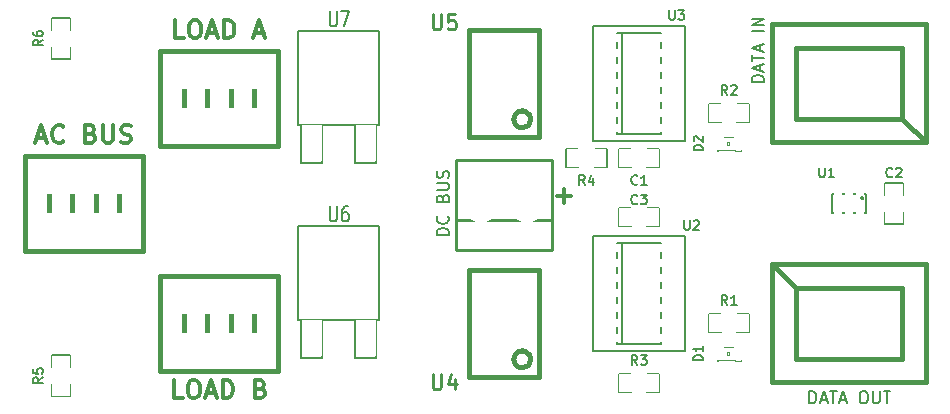
<source format=gto>
G04 (created by PCBNEW-RS274X (2012-01-19 BZR 3256)-stable) date 3/25/2013 8:12:10 PM*
G01*
G70*
G90*
%MOIN*%
G04 Gerber Fmt 3.4, Leading zero omitted, Abs format*
%FSLAX34Y34*%
G04 APERTURE LIST*
%ADD10C,0.006000*%
%ADD11C,0.012000*%
%ADD12C,0.005000*%
%ADD13C,0.002600*%
%ADD14C,0.004000*%
%ADD15C,0.002000*%
%ADD16C,0.015000*%
%ADD17C,0.000100*%
%ADD18C,0.007800*%
%ADD19C,0.008000*%
%ADD20C,0.010000*%
%ADD21C,0.160000*%
%ADD22R,0.049000X0.059000*%
%ADD23R,0.059000X0.049000*%
%ADD24R,0.051200X0.051200*%
%ADD25R,0.069000X0.124000*%
%ADD26R,0.244000X0.244000*%
%ADD27R,0.084000X0.084000*%
%ADD28C,0.084000*%
%ADD29R,0.060600X0.070900*%
%ADD30R,0.063800X0.074100*%
%ADD31R,0.126000X0.100500*%
%ADD32R,0.027600X0.039400*%
%ADD33R,0.090600X0.027600*%
%ADD34O,0.104000X0.179000*%
G04 APERTURE END LIST*
G54D10*
X36676Y-29162D02*
X36676Y-28762D01*
X36771Y-28762D01*
X36829Y-28781D01*
X36867Y-28819D01*
X36886Y-28857D01*
X36905Y-28933D01*
X36905Y-28990D01*
X36886Y-29067D01*
X36867Y-29105D01*
X36829Y-29143D01*
X36771Y-29162D01*
X36676Y-29162D01*
X37057Y-29048D02*
X37248Y-29048D01*
X37019Y-29162D02*
X37152Y-28762D01*
X37286Y-29162D01*
X37362Y-28762D02*
X37591Y-28762D01*
X37476Y-29162D02*
X37476Y-28762D01*
X37705Y-29048D02*
X37896Y-29048D01*
X37667Y-29162D02*
X37800Y-28762D01*
X37934Y-29162D01*
X38448Y-28762D02*
X38525Y-28762D01*
X38563Y-28781D01*
X38601Y-28819D01*
X38620Y-28895D01*
X38620Y-29029D01*
X38601Y-29105D01*
X38563Y-29143D01*
X38525Y-29162D01*
X38448Y-29162D01*
X38410Y-29143D01*
X38372Y-29105D01*
X38353Y-29029D01*
X38353Y-28895D01*
X38372Y-28819D01*
X38410Y-28781D01*
X38448Y-28762D01*
X38791Y-28762D02*
X38791Y-29086D01*
X38810Y-29124D01*
X38829Y-29143D01*
X38867Y-29162D01*
X38944Y-29162D01*
X38982Y-29143D01*
X39001Y-29124D01*
X39020Y-29086D01*
X39020Y-28762D01*
X39153Y-28762D02*
X39382Y-28762D01*
X39267Y-29162D02*
X39267Y-28762D01*
X35162Y-18457D02*
X34762Y-18457D01*
X34762Y-18362D01*
X34781Y-18304D01*
X34819Y-18266D01*
X34857Y-18247D01*
X34933Y-18228D01*
X34990Y-18228D01*
X35067Y-18247D01*
X35105Y-18266D01*
X35143Y-18304D01*
X35162Y-18362D01*
X35162Y-18457D01*
X35048Y-18076D02*
X35048Y-17885D01*
X35162Y-18114D02*
X34762Y-17981D01*
X35162Y-17847D01*
X34762Y-17771D02*
X34762Y-17542D01*
X35162Y-17657D02*
X34762Y-17657D01*
X35048Y-17428D02*
X35048Y-17237D01*
X35162Y-17466D02*
X34762Y-17333D01*
X35162Y-17199D01*
X35162Y-16761D02*
X34762Y-16761D01*
X35162Y-16571D02*
X34762Y-16571D01*
X35162Y-16342D01*
X34762Y-16342D01*
X38470Y-22317D02*
X38469Y-22323D01*
X38467Y-22328D01*
X38464Y-22334D01*
X38460Y-22338D01*
X38456Y-22342D01*
X38451Y-22345D01*
X38445Y-22347D01*
X38439Y-22347D01*
X38434Y-22347D01*
X38428Y-22345D01*
X38423Y-22342D01*
X38418Y-22339D01*
X38414Y-22334D01*
X38411Y-22329D01*
X38409Y-22323D01*
X38409Y-22317D01*
X38409Y-22312D01*
X38411Y-22306D01*
X38413Y-22301D01*
X38417Y-22296D01*
X38422Y-22292D01*
X38427Y-22289D01*
X38433Y-22287D01*
X38439Y-22287D01*
X38444Y-22287D01*
X38450Y-22289D01*
X38455Y-22291D01*
X38460Y-22295D01*
X38464Y-22300D01*
X38467Y-22305D01*
X38469Y-22311D01*
X38469Y-22317D01*
X38470Y-22317D01*
G54D11*
X28272Y-22264D02*
X28729Y-22264D01*
X28500Y-22493D02*
X28500Y-22036D01*
G54D10*
X24662Y-23557D02*
X24262Y-23557D01*
X24262Y-23462D01*
X24281Y-23404D01*
X24319Y-23366D01*
X24357Y-23347D01*
X24433Y-23328D01*
X24490Y-23328D01*
X24567Y-23347D01*
X24605Y-23366D01*
X24643Y-23404D01*
X24662Y-23462D01*
X24662Y-23557D01*
X24624Y-22928D02*
X24643Y-22947D01*
X24662Y-23004D01*
X24662Y-23042D01*
X24643Y-23100D01*
X24605Y-23138D01*
X24567Y-23157D01*
X24490Y-23176D01*
X24433Y-23176D01*
X24357Y-23157D01*
X24319Y-23138D01*
X24281Y-23100D01*
X24262Y-23042D01*
X24262Y-23004D01*
X24281Y-22947D01*
X24300Y-22928D01*
X24452Y-22318D02*
X24471Y-22261D01*
X24490Y-22242D01*
X24529Y-22223D01*
X24586Y-22223D01*
X24624Y-22242D01*
X24643Y-22261D01*
X24662Y-22299D01*
X24662Y-22452D01*
X24262Y-22452D01*
X24262Y-22318D01*
X24281Y-22280D01*
X24300Y-22261D01*
X24338Y-22242D01*
X24376Y-22242D01*
X24414Y-22261D01*
X24433Y-22280D01*
X24452Y-22318D01*
X24452Y-22452D01*
X24262Y-22052D02*
X24586Y-22052D01*
X24624Y-22033D01*
X24643Y-22014D01*
X24662Y-21976D01*
X24662Y-21899D01*
X24643Y-21861D01*
X24624Y-21842D01*
X24586Y-21823D01*
X24262Y-21823D01*
X24643Y-21652D02*
X24662Y-21595D01*
X24662Y-21499D01*
X24643Y-21461D01*
X24624Y-21442D01*
X24586Y-21423D01*
X24548Y-21423D01*
X24510Y-21442D01*
X24490Y-21461D01*
X24471Y-21499D01*
X24452Y-21576D01*
X24433Y-21614D01*
X24414Y-21633D01*
X24376Y-21652D01*
X24338Y-21652D01*
X24300Y-21633D01*
X24281Y-21614D01*
X24262Y-21576D01*
X24262Y-21480D01*
X24281Y-21423D01*
G54D11*
X15786Y-28993D02*
X15500Y-28993D01*
X15500Y-28393D01*
X16100Y-28393D02*
X16214Y-28393D01*
X16272Y-28421D01*
X16329Y-28479D01*
X16357Y-28593D01*
X16357Y-28793D01*
X16329Y-28907D01*
X16272Y-28964D01*
X16214Y-28993D01*
X16100Y-28993D01*
X16043Y-28964D01*
X15986Y-28907D01*
X15957Y-28793D01*
X15957Y-28593D01*
X15986Y-28479D01*
X16043Y-28421D01*
X16100Y-28393D01*
X16586Y-28821D02*
X16872Y-28821D01*
X16529Y-28993D02*
X16729Y-28393D01*
X16929Y-28993D01*
X17129Y-28993D02*
X17129Y-28393D01*
X17272Y-28393D01*
X17357Y-28421D01*
X17415Y-28479D01*
X17443Y-28536D01*
X17472Y-28650D01*
X17472Y-28736D01*
X17443Y-28850D01*
X17415Y-28907D01*
X17357Y-28964D01*
X17272Y-28993D01*
X17129Y-28993D01*
X18386Y-28679D02*
X18472Y-28707D01*
X18500Y-28736D01*
X18529Y-28793D01*
X18529Y-28879D01*
X18500Y-28936D01*
X18472Y-28964D01*
X18414Y-28993D01*
X18186Y-28993D01*
X18186Y-28393D01*
X18386Y-28393D01*
X18443Y-28421D01*
X18472Y-28450D01*
X18500Y-28507D01*
X18500Y-28564D01*
X18472Y-28621D01*
X18443Y-28650D01*
X18386Y-28679D01*
X18186Y-28679D01*
X15829Y-16993D02*
X15543Y-16993D01*
X15543Y-16393D01*
X16143Y-16393D02*
X16257Y-16393D01*
X16315Y-16421D01*
X16372Y-16479D01*
X16400Y-16593D01*
X16400Y-16793D01*
X16372Y-16907D01*
X16315Y-16964D01*
X16257Y-16993D01*
X16143Y-16993D01*
X16086Y-16964D01*
X16029Y-16907D01*
X16000Y-16793D01*
X16000Y-16593D01*
X16029Y-16479D01*
X16086Y-16421D01*
X16143Y-16393D01*
X16629Y-16821D02*
X16915Y-16821D01*
X16572Y-16993D02*
X16772Y-16393D01*
X16972Y-16993D01*
X17172Y-16993D02*
X17172Y-16393D01*
X17315Y-16393D01*
X17400Y-16421D01*
X17458Y-16479D01*
X17486Y-16536D01*
X17515Y-16650D01*
X17515Y-16736D01*
X17486Y-16850D01*
X17458Y-16907D01*
X17400Y-16964D01*
X17315Y-16993D01*
X17172Y-16993D01*
X18200Y-16821D02*
X18486Y-16821D01*
X18143Y-16993D02*
X18343Y-16393D01*
X18543Y-16993D01*
X10929Y-20321D02*
X11215Y-20321D01*
X10872Y-20493D02*
X11072Y-19893D01*
X11272Y-20493D01*
X11815Y-20436D02*
X11786Y-20464D01*
X11700Y-20493D01*
X11643Y-20493D01*
X11558Y-20464D01*
X11500Y-20407D01*
X11472Y-20350D01*
X11443Y-20236D01*
X11443Y-20150D01*
X11472Y-20036D01*
X11500Y-19979D01*
X11558Y-19921D01*
X11643Y-19893D01*
X11700Y-19893D01*
X11786Y-19921D01*
X11815Y-19950D01*
X12729Y-20179D02*
X12815Y-20207D01*
X12843Y-20236D01*
X12872Y-20293D01*
X12872Y-20379D01*
X12843Y-20436D01*
X12815Y-20464D01*
X12757Y-20493D01*
X12529Y-20493D01*
X12529Y-19893D01*
X12729Y-19893D01*
X12786Y-19921D01*
X12815Y-19950D01*
X12843Y-20007D01*
X12843Y-20064D01*
X12815Y-20121D01*
X12786Y-20150D01*
X12729Y-20179D01*
X12529Y-20179D01*
X13129Y-19893D02*
X13129Y-20379D01*
X13157Y-20436D01*
X13186Y-20464D01*
X13243Y-20493D01*
X13357Y-20493D01*
X13415Y-20464D01*
X13443Y-20436D01*
X13472Y-20379D01*
X13472Y-19893D01*
X13729Y-20464D02*
X13815Y-20493D01*
X13958Y-20493D01*
X14015Y-20464D01*
X14044Y-20436D01*
X14072Y-20379D01*
X14072Y-20321D01*
X14044Y-20264D01*
X14015Y-20236D01*
X13958Y-20207D01*
X13844Y-20179D01*
X13786Y-20150D01*
X13758Y-20121D01*
X13729Y-20064D01*
X13729Y-20007D01*
X13758Y-19950D01*
X13786Y-19921D01*
X13844Y-19893D01*
X13986Y-19893D01*
X14072Y-19921D01*
G54D12*
X30720Y-21300D02*
X30320Y-21300D01*
X30320Y-21300D02*
X30320Y-20700D01*
X30320Y-20700D02*
X30720Y-20700D01*
X31280Y-20700D02*
X31680Y-20700D01*
X31680Y-20700D02*
X31680Y-21300D01*
X31680Y-21300D02*
X31280Y-21300D01*
X11450Y-16720D02*
X11450Y-16320D01*
X11450Y-16320D02*
X12050Y-16320D01*
X12050Y-16320D02*
X12050Y-16720D01*
X12050Y-17280D02*
X12050Y-17680D01*
X12050Y-17680D02*
X11450Y-17680D01*
X11450Y-17680D02*
X11450Y-17280D01*
X12050Y-28530D02*
X12050Y-28930D01*
X12050Y-28930D02*
X11450Y-28930D01*
X11450Y-28930D02*
X11450Y-28530D01*
X11450Y-27970D02*
X11450Y-27570D01*
X11450Y-27570D02*
X12050Y-27570D01*
X12050Y-27570D02*
X12050Y-27970D01*
X29530Y-20700D02*
X29930Y-20700D01*
X29930Y-20700D02*
X29930Y-21300D01*
X29930Y-21300D02*
X29530Y-21300D01*
X28970Y-21300D02*
X28570Y-21300D01*
X28570Y-21300D02*
X28570Y-20700D01*
X28570Y-20700D02*
X28970Y-20700D01*
X31280Y-28200D02*
X31680Y-28200D01*
X31680Y-28200D02*
X31680Y-28800D01*
X31680Y-28800D02*
X31280Y-28800D01*
X30720Y-28800D02*
X30320Y-28800D01*
X30320Y-28800D02*
X30320Y-28200D01*
X30320Y-28200D02*
X30720Y-28200D01*
X34280Y-19200D02*
X34680Y-19200D01*
X34680Y-19200D02*
X34680Y-19800D01*
X34680Y-19800D02*
X34280Y-19800D01*
X33720Y-19800D02*
X33320Y-19800D01*
X33320Y-19800D02*
X33320Y-19200D01*
X33320Y-19200D02*
X33720Y-19200D01*
X34280Y-26200D02*
X34680Y-26200D01*
X34680Y-26200D02*
X34680Y-26800D01*
X34680Y-26800D02*
X34280Y-26800D01*
X33720Y-26800D02*
X33320Y-26800D01*
X33320Y-26800D02*
X33320Y-26200D01*
X33320Y-26200D02*
X33720Y-26200D01*
G54D13*
X33804Y-20382D02*
X33804Y-20254D01*
X33804Y-20254D02*
X33607Y-20254D01*
X33607Y-20382D02*
X33607Y-20254D01*
X33804Y-20382D02*
X33607Y-20382D01*
X33804Y-20627D02*
X33804Y-20568D01*
X33804Y-20568D02*
X33705Y-20568D01*
X33705Y-20627D02*
X33705Y-20568D01*
X33804Y-20627D02*
X33705Y-20627D01*
X33804Y-20432D02*
X33804Y-20373D01*
X33804Y-20373D02*
X33705Y-20373D01*
X33705Y-20432D02*
X33705Y-20373D01*
X33804Y-20432D02*
X33705Y-20432D01*
X33804Y-20578D02*
X33804Y-20422D01*
X33804Y-20422D02*
X33735Y-20422D01*
X33735Y-20578D02*
X33735Y-20422D01*
X33804Y-20578D02*
X33735Y-20578D01*
X34393Y-20382D02*
X34393Y-20254D01*
X34393Y-20254D02*
X34196Y-20254D01*
X34196Y-20382D02*
X34196Y-20254D01*
X34393Y-20382D02*
X34196Y-20382D01*
X34393Y-20746D02*
X34393Y-20618D01*
X34393Y-20618D02*
X34196Y-20618D01*
X34196Y-20746D02*
X34196Y-20618D01*
X34393Y-20746D02*
X34196Y-20746D01*
X34295Y-20432D02*
X34295Y-20373D01*
X34295Y-20373D02*
X34196Y-20373D01*
X34196Y-20432D02*
X34196Y-20373D01*
X34295Y-20432D02*
X34196Y-20432D01*
X34295Y-20627D02*
X34295Y-20568D01*
X34295Y-20568D02*
X34196Y-20568D01*
X34196Y-20627D02*
X34196Y-20568D01*
X34295Y-20627D02*
X34196Y-20627D01*
X34265Y-20578D02*
X34265Y-20422D01*
X34265Y-20422D02*
X34196Y-20422D01*
X34196Y-20578D02*
X34196Y-20422D01*
X34265Y-20578D02*
X34196Y-20578D01*
X34000Y-20539D02*
X34000Y-20461D01*
X34000Y-20461D02*
X33922Y-20461D01*
X33922Y-20539D02*
X33922Y-20461D01*
X34000Y-20539D02*
X33922Y-20539D01*
X33804Y-20736D02*
X33804Y-20618D01*
X33804Y-20618D02*
X33686Y-20618D01*
X33686Y-20736D02*
X33686Y-20618D01*
X33804Y-20736D02*
X33686Y-20736D01*
X33636Y-20746D02*
X33636Y-20657D01*
X33636Y-20657D02*
X33607Y-20657D01*
X33607Y-20746D02*
X33607Y-20657D01*
X33636Y-20746D02*
X33607Y-20746D01*
G54D14*
X33794Y-20274D02*
X34206Y-20274D01*
X34196Y-20726D02*
X33636Y-20726D01*
G54D15*
X33694Y-20677D02*
X33693Y-20682D01*
X33691Y-20687D01*
X33689Y-20692D01*
X33685Y-20696D01*
X33681Y-20700D01*
X33676Y-20702D01*
X33671Y-20704D01*
X33666Y-20704D01*
X33661Y-20704D01*
X33656Y-20702D01*
X33651Y-20700D01*
X33647Y-20697D01*
X33643Y-20692D01*
X33641Y-20688D01*
X33639Y-20682D01*
X33639Y-20677D01*
X33639Y-20672D01*
X33640Y-20667D01*
X33643Y-20662D01*
X33646Y-20658D01*
X33651Y-20655D01*
X33655Y-20652D01*
X33660Y-20650D01*
X33666Y-20650D01*
X33670Y-20650D01*
X33676Y-20651D01*
X33681Y-20654D01*
X33685Y-20657D01*
X33688Y-20661D01*
X33691Y-20666D01*
X33693Y-20671D01*
X33693Y-20677D01*
X33694Y-20677D01*
G54D14*
X33607Y-20637D02*
X33618Y-20636D01*
X33630Y-20634D01*
X33642Y-20632D01*
X33653Y-20628D01*
X33664Y-20624D01*
X33675Y-20618D01*
X33685Y-20612D01*
X33695Y-20604D01*
X33703Y-20596D01*
X33711Y-20588D01*
X33719Y-20578D01*
X33725Y-20568D01*
X33731Y-20557D01*
X33735Y-20546D01*
X33739Y-20535D01*
X33741Y-20523D01*
X33743Y-20511D01*
X33744Y-20500D01*
X33743Y-20489D01*
X33741Y-20477D01*
X33739Y-20465D01*
X33735Y-20454D01*
X33731Y-20443D01*
X33725Y-20432D01*
X33719Y-20422D01*
X33711Y-20412D01*
X33703Y-20404D01*
X33695Y-20396D01*
X33685Y-20388D01*
X33675Y-20382D01*
X33664Y-20376D01*
X33653Y-20372D01*
X33642Y-20368D01*
X33630Y-20366D01*
X33618Y-20364D01*
X33607Y-20363D01*
X34393Y-20363D02*
X34382Y-20364D01*
X34370Y-20366D01*
X34358Y-20368D01*
X34347Y-20372D01*
X34336Y-20376D01*
X34325Y-20382D01*
X34315Y-20388D01*
X34305Y-20396D01*
X34297Y-20404D01*
X34289Y-20412D01*
X34281Y-20422D01*
X34275Y-20432D01*
X34269Y-20443D01*
X34265Y-20454D01*
X34261Y-20465D01*
X34259Y-20477D01*
X34257Y-20489D01*
X34256Y-20500D01*
X34257Y-20511D01*
X34259Y-20523D01*
X34261Y-20535D01*
X34265Y-20546D01*
X34269Y-20557D01*
X34275Y-20568D01*
X34281Y-20578D01*
X34289Y-20588D01*
X34297Y-20596D01*
X34305Y-20604D01*
X34315Y-20612D01*
X34325Y-20618D01*
X34336Y-20624D01*
X34347Y-20628D01*
X34358Y-20632D01*
X34370Y-20634D01*
X34382Y-20636D01*
X34393Y-20637D01*
G54D13*
X33804Y-27382D02*
X33804Y-27254D01*
X33804Y-27254D02*
X33607Y-27254D01*
X33607Y-27382D02*
X33607Y-27254D01*
X33804Y-27382D02*
X33607Y-27382D01*
X33804Y-27627D02*
X33804Y-27568D01*
X33804Y-27568D02*
X33705Y-27568D01*
X33705Y-27627D02*
X33705Y-27568D01*
X33804Y-27627D02*
X33705Y-27627D01*
X33804Y-27432D02*
X33804Y-27373D01*
X33804Y-27373D02*
X33705Y-27373D01*
X33705Y-27432D02*
X33705Y-27373D01*
X33804Y-27432D02*
X33705Y-27432D01*
X33804Y-27578D02*
X33804Y-27422D01*
X33804Y-27422D02*
X33735Y-27422D01*
X33735Y-27578D02*
X33735Y-27422D01*
X33804Y-27578D02*
X33735Y-27578D01*
X34393Y-27382D02*
X34393Y-27254D01*
X34393Y-27254D02*
X34196Y-27254D01*
X34196Y-27382D02*
X34196Y-27254D01*
X34393Y-27382D02*
X34196Y-27382D01*
X34393Y-27746D02*
X34393Y-27618D01*
X34393Y-27618D02*
X34196Y-27618D01*
X34196Y-27746D02*
X34196Y-27618D01*
X34393Y-27746D02*
X34196Y-27746D01*
X34295Y-27432D02*
X34295Y-27373D01*
X34295Y-27373D02*
X34196Y-27373D01*
X34196Y-27432D02*
X34196Y-27373D01*
X34295Y-27432D02*
X34196Y-27432D01*
X34295Y-27627D02*
X34295Y-27568D01*
X34295Y-27568D02*
X34196Y-27568D01*
X34196Y-27627D02*
X34196Y-27568D01*
X34295Y-27627D02*
X34196Y-27627D01*
X34265Y-27578D02*
X34265Y-27422D01*
X34265Y-27422D02*
X34196Y-27422D01*
X34196Y-27578D02*
X34196Y-27422D01*
X34265Y-27578D02*
X34196Y-27578D01*
X34000Y-27539D02*
X34000Y-27461D01*
X34000Y-27461D02*
X33922Y-27461D01*
X33922Y-27539D02*
X33922Y-27461D01*
X34000Y-27539D02*
X33922Y-27539D01*
X33804Y-27736D02*
X33804Y-27618D01*
X33804Y-27618D02*
X33686Y-27618D01*
X33686Y-27736D02*
X33686Y-27618D01*
X33804Y-27736D02*
X33686Y-27736D01*
X33636Y-27746D02*
X33636Y-27657D01*
X33636Y-27657D02*
X33607Y-27657D01*
X33607Y-27746D02*
X33607Y-27657D01*
X33636Y-27746D02*
X33607Y-27746D01*
G54D14*
X33794Y-27274D02*
X34206Y-27274D01*
X34196Y-27726D02*
X33636Y-27726D01*
G54D15*
X33694Y-27677D02*
X33693Y-27682D01*
X33691Y-27687D01*
X33689Y-27692D01*
X33685Y-27696D01*
X33681Y-27700D01*
X33676Y-27702D01*
X33671Y-27704D01*
X33666Y-27704D01*
X33661Y-27704D01*
X33656Y-27702D01*
X33651Y-27700D01*
X33647Y-27697D01*
X33643Y-27692D01*
X33641Y-27688D01*
X33639Y-27682D01*
X33639Y-27677D01*
X33639Y-27672D01*
X33640Y-27667D01*
X33643Y-27662D01*
X33646Y-27658D01*
X33651Y-27655D01*
X33655Y-27652D01*
X33660Y-27650D01*
X33666Y-27650D01*
X33670Y-27650D01*
X33676Y-27651D01*
X33681Y-27654D01*
X33685Y-27657D01*
X33688Y-27661D01*
X33691Y-27666D01*
X33693Y-27671D01*
X33693Y-27677D01*
X33694Y-27677D01*
G54D14*
X33607Y-27637D02*
X33618Y-27636D01*
X33630Y-27634D01*
X33642Y-27632D01*
X33653Y-27628D01*
X33664Y-27624D01*
X33675Y-27618D01*
X33685Y-27612D01*
X33695Y-27604D01*
X33703Y-27596D01*
X33711Y-27588D01*
X33719Y-27578D01*
X33725Y-27568D01*
X33731Y-27557D01*
X33735Y-27546D01*
X33739Y-27535D01*
X33741Y-27523D01*
X33743Y-27511D01*
X33744Y-27500D01*
X33743Y-27489D01*
X33741Y-27477D01*
X33739Y-27465D01*
X33735Y-27454D01*
X33731Y-27443D01*
X33725Y-27432D01*
X33719Y-27422D01*
X33711Y-27412D01*
X33703Y-27404D01*
X33695Y-27396D01*
X33685Y-27388D01*
X33675Y-27382D01*
X33664Y-27376D01*
X33653Y-27372D01*
X33642Y-27368D01*
X33630Y-27366D01*
X33618Y-27364D01*
X33607Y-27363D01*
X34393Y-27363D02*
X34382Y-27364D01*
X34370Y-27366D01*
X34358Y-27368D01*
X34347Y-27372D01*
X34336Y-27376D01*
X34325Y-27382D01*
X34315Y-27388D01*
X34305Y-27396D01*
X34297Y-27404D01*
X34289Y-27412D01*
X34281Y-27422D01*
X34275Y-27432D01*
X34269Y-27443D01*
X34265Y-27454D01*
X34261Y-27465D01*
X34259Y-27477D01*
X34257Y-27489D01*
X34256Y-27500D01*
X34257Y-27511D01*
X34259Y-27523D01*
X34261Y-27535D01*
X34265Y-27546D01*
X34269Y-27557D01*
X34275Y-27568D01*
X34281Y-27578D01*
X34289Y-27588D01*
X34297Y-27596D01*
X34305Y-27604D01*
X34315Y-27612D01*
X34325Y-27618D01*
X34336Y-27624D01*
X34347Y-27628D01*
X34358Y-27632D01*
X34370Y-27634D01*
X34382Y-27636D01*
X34393Y-27637D01*
G54D12*
X21550Y-26400D02*
X21550Y-27650D01*
X21550Y-27650D02*
X22250Y-27650D01*
X22250Y-27650D02*
X22250Y-26400D01*
X19750Y-26400D02*
X19750Y-27650D01*
X19750Y-27650D02*
X20450Y-27650D01*
X20450Y-27650D02*
X20450Y-26400D01*
X22350Y-24000D02*
X22350Y-26400D01*
X22350Y-26400D02*
X19650Y-26400D01*
X19650Y-26400D02*
X19650Y-23300D01*
X19650Y-23250D02*
X22350Y-23250D01*
X22350Y-23300D02*
X22350Y-24000D01*
X21550Y-19900D02*
X21550Y-21150D01*
X21550Y-21150D02*
X22250Y-21150D01*
X22250Y-21150D02*
X22250Y-19900D01*
X19750Y-19900D02*
X19750Y-21150D01*
X19750Y-21150D02*
X20450Y-21150D01*
X20450Y-21150D02*
X20450Y-19900D01*
X22350Y-17500D02*
X22350Y-19900D01*
X22350Y-19900D02*
X19650Y-19900D01*
X19650Y-19900D02*
X19650Y-16800D01*
X19650Y-16750D02*
X22350Y-16750D01*
X22350Y-16800D02*
X22350Y-17500D01*
G54D16*
X35441Y-24531D02*
X36228Y-25319D01*
X36228Y-25319D02*
X36228Y-27681D01*
X36228Y-27681D02*
X39772Y-27681D01*
X39772Y-27681D02*
X39772Y-25319D01*
X39772Y-25319D02*
X36228Y-25319D01*
X40559Y-26500D02*
X40559Y-24531D01*
X40559Y-24531D02*
X35441Y-24531D01*
X35441Y-24531D02*
X35441Y-28469D01*
X35441Y-28469D02*
X40559Y-28469D01*
X40559Y-28469D02*
X40559Y-27681D01*
X40559Y-27681D02*
X40559Y-26500D01*
X40559Y-20469D02*
X39772Y-19681D01*
X39772Y-19681D02*
X39772Y-17319D01*
X39772Y-17319D02*
X36228Y-17319D01*
X36228Y-17319D02*
X36228Y-19681D01*
X36228Y-19681D02*
X39772Y-19681D01*
X35441Y-18500D02*
X35441Y-20469D01*
X35441Y-20469D02*
X40559Y-20469D01*
X40559Y-20469D02*
X40559Y-16531D01*
X40559Y-16531D02*
X35441Y-16531D01*
X35441Y-16531D02*
X35441Y-17319D01*
X35441Y-17319D02*
X35441Y-18500D01*
X25319Y-24728D02*
X27681Y-24728D01*
X25319Y-28272D02*
X27681Y-28272D01*
X27681Y-28272D02*
X27681Y-24728D01*
X25319Y-28272D02*
X25319Y-24728D01*
X27369Y-27681D02*
X27363Y-27734D01*
X27348Y-27786D01*
X27322Y-27834D01*
X27288Y-27876D01*
X27246Y-27911D01*
X27198Y-27937D01*
X27146Y-27953D01*
X27092Y-27958D01*
X27039Y-27954D01*
X26987Y-27938D01*
X26939Y-27913D01*
X26897Y-27879D01*
X26862Y-27838D01*
X26836Y-27790D01*
X26820Y-27738D01*
X26814Y-27684D01*
X26818Y-27631D01*
X26833Y-27579D01*
X26858Y-27531D01*
X26892Y-27488D01*
X26933Y-27453D01*
X26980Y-27427D01*
X27032Y-27410D01*
X27086Y-27404D01*
X27139Y-27408D01*
X27191Y-27422D01*
X27239Y-27447D01*
X27282Y-27480D01*
X27318Y-27521D01*
X27344Y-27568D01*
X27362Y-27620D01*
X27368Y-27674D01*
X27369Y-27681D01*
X25319Y-16728D02*
X27681Y-16728D01*
X25319Y-20272D02*
X27681Y-20272D01*
X27681Y-20272D02*
X27681Y-16728D01*
X25319Y-20272D02*
X25319Y-16728D01*
X27369Y-19681D02*
X27363Y-19734D01*
X27348Y-19786D01*
X27322Y-19834D01*
X27288Y-19876D01*
X27246Y-19911D01*
X27198Y-19937D01*
X27146Y-19953D01*
X27092Y-19958D01*
X27039Y-19954D01*
X26987Y-19938D01*
X26939Y-19913D01*
X26897Y-19879D01*
X26862Y-19838D01*
X26836Y-19790D01*
X26820Y-19738D01*
X26814Y-19684D01*
X26818Y-19631D01*
X26833Y-19579D01*
X26858Y-19531D01*
X26892Y-19488D01*
X26933Y-19453D01*
X26980Y-19427D01*
X27032Y-19410D01*
X27086Y-19404D01*
X27139Y-19408D01*
X27191Y-19422D01*
X27239Y-19447D01*
X27282Y-19480D01*
X27318Y-19521D01*
X27344Y-19568D01*
X27362Y-19620D01*
X27368Y-19674D01*
X27369Y-19681D01*
X16606Y-18606D02*
X16606Y-19394D01*
X15819Y-18606D02*
X15819Y-19394D01*
X18181Y-18606D02*
X18181Y-19394D01*
X17394Y-18606D02*
X17394Y-19394D01*
X18969Y-17425D02*
X15031Y-17425D01*
X15031Y-17425D02*
X15031Y-20575D01*
X15031Y-20575D02*
X18969Y-20575D01*
X18969Y-20575D02*
X18969Y-17425D01*
X16606Y-26106D02*
X16606Y-26894D01*
X15819Y-26106D02*
X15819Y-26894D01*
X18181Y-26106D02*
X18181Y-26894D01*
X17394Y-26106D02*
X17394Y-26894D01*
X18969Y-24925D02*
X15031Y-24925D01*
X15031Y-24925D02*
X15031Y-28075D01*
X15031Y-28075D02*
X18969Y-28075D01*
X18969Y-28075D02*
X18969Y-24925D01*
X12106Y-22106D02*
X12106Y-22894D01*
X11319Y-22106D02*
X11319Y-22894D01*
X13681Y-22106D02*
X13681Y-22894D01*
X12894Y-22106D02*
X12894Y-22894D01*
X14469Y-20925D02*
X10531Y-20925D01*
X10531Y-20925D02*
X10531Y-24075D01*
X10531Y-24075D02*
X14469Y-24075D01*
X14469Y-24075D02*
X14469Y-20925D01*
G54D13*
X38472Y-21949D02*
X38275Y-21949D01*
X38275Y-21949D02*
X38275Y-22186D01*
X38472Y-22186D02*
X38275Y-22186D01*
X38472Y-21949D02*
X38472Y-22186D01*
X38098Y-21949D02*
X37902Y-21949D01*
X37902Y-21949D02*
X37902Y-22186D01*
X38098Y-22186D02*
X37902Y-22186D01*
X38098Y-21949D02*
X38098Y-22186D01*
X37725Y-21949D02*
X37528Y-21949D01*
X37528Y-21949D02*
X37528Y-22186D01*
X37725Y-22186D02*
X37528Y-22186D01*
X37725Y-21949D02*
X37725Y-22186D01*
X37725Y-22814D02*
X37528Y-22814D01*
X37528Y-22814D02*
X37528Y-23051D01*
X37725Y-23051D02*
X37528Y-23051D01*
X37725Y-22814D02*
X37725Y-23051D01*
X38098Y-22814D02*
X37902Y-22814D01*
X37902Y-22814D02*
X37902Y-23051D01*
X38098Y-23051D02*
X37902Y-23051D01*
X38098Y-22814D02*
X38098Y-23051D01*
X38472Y-22814D02*
X38275Y-22814D01*
X38275Y-22814D02*
X38275Y-23051D01*
X38472Y-23051D02*
X38275Y-23051D01*
X38472Y-22814D02*
X38472Y-23051D01*
G54D10*
X37441Y-22193D02*
X38560Y-22193D01*
X38560Y-22193D02*
X38560Y-22807D01*
X38560Y-22807D02*
X37441Y-22807D01*
X37441Y-22807D02*
X37441Y-22193D01*
G54D17*
X38478Y-22304D02*
X38477Y-22309D01*
X38476Y-22313D01*
X38473Y-22318D01*
X38470Y-22322D01*
X38466Y-22325D01*
X38462Y-22327D01*
X38457Y-22329D01*
X38452Y-22329D01*
X38448Y-22329D01*
X38443Y-22328D01*
X38438Y-22325D01*
X38434Y-22322D01*
X38431Y-22318D01*
X38429Y-22314D01*
X38427Y-22309D01*
X38427Y-22304D01*
X38427Y-22300D01*
X38428Y-22295D01*
X38431Y-22290D01*
X38434Y-22286D01*
X38438Y-22283D01*
X38442Y-22281D01*
X38447Y-22279D01*
X38452Y-22279D01*
X38456Y-22279D01*
X38461Y-22280D01*
X38465Y-22283D01*
X38469Y-22286D01*
X38473Y-22290D01*
X38475Y-22294D01*
X38477Y-22299D01*
X38477Y-22304D01*
X38478Y-22304D01*
G54D13*
X29780Y-23904D02*
X29780Y-24097D01*
X29780Y-24097D02*
X30213Y-24097D01*
X30213Y-23904D02*
X30213Y-24097D01*
X29780Y-23904D02*
X30213Y-23904D01*
X29780Y-24404D02*
X29780Y-24597D01*
X29780Y-24597D02*
X30213Y-24597D01*
X30213Y-24404D02*
X30213Y-24597D01*
X29780Y-24404D02*
X30213Y-24404D01*
X29780Y-24904D02*
X29780Y-25097D01*
X29780Y-25097D02*
X30213Y-25097D01*
X30213Y-24904D02*
X30213Y-25097D01*
X29780Y-24904D02*
X30213Y-24904D01*
X29780Y-25404D02*
X29780Y-25596D01*
X29780Y-25596D02*
X30213Y-25596D01*
X30213Y-25404D02*
X30213Y-25596D01*
X29780Y-25404D02*
X30213Y-25404D01*
X31787Y-25404D02*
X31787Y-25596D01*
X31787Y-25596D02*
X32220Y-25596D01*
X32220Y-25404D02*
X32220Y-25596D01*
X31787Y-25404D02*
X32220Y-25404D01*
X31787Y-24904D02*
X31787Y-25097D01*
X31787Y-25097D02*
X32220Y-25097D01*
X32220Y-24904D02*
X32220Y-25097D01*
X31787Y-24904D02*
X32220Y-24904D01*
X31787Y-24404D02*
X31787Y-24597D01*
X31787Y-24597D02*
X32220Y-24597D01*
X32220Y-24404D02*
X32220Y-24597D01*
X31787Y-24404D02*
X32220Y-24404D01*
X31787Y-23904D02*
X31787Y-24097D01*
X31787Y-24097D02*
X32220Y-24097D01*
X32220Y-23904D02*
X32220Y-24097D01*
X31787Y-23904D02*
X32220Y-23904D01*
X29780Y-25903D02*
X29780Y-26096D01*
X29780Y-26096D02*
X30213Y-26096D01*
X30213Y-25903D02*
X30213Y-26096D01*
X29780Y-25903D02*
X30213Y-25903D01*
X29780Y-26403D02*
X29780Y-26596D01*
X29780Y-26596D02*
X30213Y-26596D01*
X30213Y-26403D02*
X30213Y-26596D01*
X29780Y-26403D02*
X30213Y-26403D01*
X29780Y-26903D02*
X29780Y-27096D01*
X29780Y-27096D02*
X30213Y-27096D01*
X30213Y-26903D02*
X30213Y-27096D01*
X29780Y-26903D02*
X30213Y-26903D01*
X31787Y-26903D02*
X31787Y-27096D01*
X31787Y-27096D02*
X32220Y-27096D01*
X32220Y-26903D02*
X32220Y-27096D01*
X31787Y-26903D02*
X32220Y-26903D01*
X31787Y-26403D02*
X31787Y-26596D01*
X31787Y-26596D02*
X32220Y-26596D01*
X32220Y-26403D02*
X32220Y-26596D01*
X31787Y-26403D02*
X32220Y-26403D01*
X31787Y-25903D02*
X31787Y-26096D01*
X31787Y-26096D02*
X32220Y-26096D01*
X32220Y-25903D02*
X32220Y-26096D01*
X31787Y-25903D02*
X32220Y-25903D01*
G54D18*
X32535Y-23573D02*
X32535Y-27427D01*
X29465Y-27427D02*
X29465Y-23573D01*
X29465Y-23573D02*
X32535Y-23573D01*
G54D19*
X30252Y-27194D02*
X30252Y-23806D01*
X30252Y-23806D02*
X30449Y-23806D01*
X30449Y-23806D02*
X31748Y-23806D01*
X30449Y-27194D02*
X30449Y-23806D01*
X31748Y-27194D02*
X30449Y-27194D01*
X30449Y-27194D02*
X30252Y-27194D01*
G54D18*
X32535Y-27427D02*
X29465Y-27427D01*
G54D19*
X31748Y-23806D02*
X31748Y-27194D01*
G54D13*
X29780Y-16904D02*
X29780Y-17097D01*
X29780Y-17097D02*
X30213Y-17097D01*
X30213Y-16904D02*
X30213Y-17097D01*
X29780Y-16904D02*
X30213Y-16904D01*
X29780Y-17404D02*
X29780Y-17597D01*
X29780Y-17597D02*
X30213Y-17597D01*
X30213Y-17404D02*
X30213Y-17597D01*
X29780Y-17404D02*
X30213Y-17404D01*
X29780Y-17904D02*
X29780Y-18097D01*
X29780Y-18097D02*
X30213Y-18097D01*
X30213Y-17904D02*
X30213Y-18097D01*
X29780Y-17904D02*
X30213Y-17904D01*
X29780Y-18404D02*
X29780Y-18596D01*
X29780Y-18596D02*
X30213Y-18596D01*
X30213Y-18404D02*
X30213Y-18596D01*
X29780Y-18404D02*
X30213Y-18404D01*
X31787Y-18404D02*
X31787Y-18596D01*
X31787Y-18596D02*
X32220Y-18596D01*
X32220Y-18404D02*
X32220Y-18596D01*
X31787Y-18404D02*
X32220Y-18404D01*
X31787Y-17904D02*
X31787Y-18097D01*
X31787Y-18097D02*
X32220Y-18097D01*
X32220Y-17904D02*
X32220Y-18097D01*
X31787Y-17904D02*
X32220Y-17904D01*
X31787Y-17404D02*
X31787Y-17597D01*
X31787Y-17597D02*
X32220Y-17597D01*
X32220Y-17404D02*
X32220Y-17597D01*
X31787Y-17404D02*
X32220Y-17404D01*
X31787Y-16904D02*
X31787Y-17097D01*
X31787Y-17097D02*
X32220Y-17097D01*
X32220Y-16904D02*
X32220Y-17097D01*
X31787Y-16904D02*
X32220Y-16904D01*
X29780Y-18903D02*
X29780Y-19096D01*
X29780Y-19096D02*
X30213Y-19096D01*
X30213Y-18903D02*
X30213Y-19096D01*
X29780Y-18903D02*
X30213Y-18903D01*
X29780Y-19403D02*
X29780Y-19596D01*
X29780Y-19596D02*
X30213Y-19596D01*
X30213Y-19403D02*
X30213Y-19596D01*
X29780Y-19403D02*
X30213Y-19403D01*
X29780Y-19903D02*
X29780Y-20096D01*
X29780Y-20096D02*
X30213Y-20096D01*
X30213Y-19903D02*
X30213Y-20096D01*
X29780Y-19903D02*
X30213Y-19903D01*
X31787Y-19903D02*
X31787Y-20096D01*
X31787Y-20096D02*
X32220Y-20096D01*
X32220Y-19903D02*
X32220Y-20096D01*
X31787Y-19903D02*
X32220Y-19903D01*
X31787Y-19403D02*
X31787Y-19596D01*
X31787Y-19596D02*
X32220Y-19596D01*
X32220Y-19403D02*
X32220Y-19596D01*
X31787Y-19403D02*
X32220Y-19403D01*
X31787Y-18903D02*
X31787Y-19096D01*
X31787Y-19096D02*
X32220Y-19096D01*
X32220Y-18903D02*
X32220Y-19096D01*
X31787Y-18903D02*
X32220Y-18903D01*
G54D18*
X32535Y-16573D02*
X32535Y-20427D01*
X29465Y-20427D02*
X29465Y-16573D01*
X29465Y-16573D02*
X32535Y-16573D01*
G54D19*
X30252Y-20194D02*
X30252Y-16806D01*
X30252Y-16806D02*
X30449Y-16806D01*
X30449Y-16806D02*
X31748Y-16806D01*
X30449Y-20194D02*
X30449Y-16806D01*
X31748Y-20194D02*
X30449Y-20194D01*
X30449Y-20194D02*
X30252Y-20194D01*
G54D18*
X32535Y-20427D02*
X29465Y-20427D01*
G54D19*
X31748Y-16806D02*
X31748Y-20194D01*
G54D12*
X39800Y-22780D02*
X39800Y-23180D01*
X39800Y-23180D02*
X39200Y-23180D01*
X39200Y-23180D02*
X39200Y-22780D01*
X39200Y-22220D02*
X39200Y-21820D01*
X39200Y-21820D02*
X39800Y-21820D01*
X39800Y-21820D02*
X39800Y-22220D01*
G54D20*
X26500Y-23050D02*
X28100Y-23050D01*
X26500Y-23050D02*
X24900Y-23050D01*
X24900Y-21050D02*
X28100Y-21050D01*
X28100Y-21050D02*
X28100Y-24050D01*
X28100Y-24050D02*
X24900Y-24050D01*
X24900Y-24050D02*
X24900Y-21050D01*
G54D12*
X30720Y-23250D02*
X30320Y-23250D01*
X30320Y-23250D02*
X30320Y-22650D01*
X30320Y-22650D02*
X30720Y-22650D01*
X31280Y-22650D02*
X31680Y-22650D01*
X31680Y-22650D02*
X31680Y-23250D01*
X31680Y-23250D02*
X31280Y-23250D01*
G54D10*
X30947Y-21849D02*
X30932Y-21864D01*
X30886Y-21880D01*
X30856Y-21880D01*
X30810Y-21864D01*
X30779Y-21834D01*
X30764Y-21803D01*
X30749Y-21742D01*
X30749Y-21697D01*
X30764Y-21636D01*
X30779Y-21605D01*
X30810Y-21575D01*
X30856Y-21560D01*
X30886Y-21560D01*
X30932Y-21575D01*
X30947Y-21590D01*
X31252Y-21880D02*
X31069Y-21880D01*
X31160Y-21880D02*
X31160Y-21560D01*
X31130Y-21605D01*
X31099Y-21636D01*
X31069Y-21651D01*
X11130Y-17053D02*
X10977Y-17160D01*
X11130Y-17236D02*
X10810Y-17236D01*
X10810Y-17114D01*
X10825Y-17083D01*
X10840Y-17068D01*
X10870Y-17053D01*
X10916Y-17053D01*
X10947Y-17068D01*
X10962Y-17083D01*
X10977Y-17114D01*
X10977Y-17236D01*
X10810Y-16779D02*
X10810Y-16840D01*
X10825Y-16870D01*
X10840Y-16885D01*
X10886Y-16916D01*
X10947Y-16931D01*
X11069Y-16931D01*
X11099Y-16916D01*
X11114Y-16901D01*
X11130Y-16870D01*
X11130Y-16809D01*
X11114Y-16779D01*
X11099Y-16763D01*
X11069Y-16748D01*
X10992Y-16748D01*
X10962Y-16763D01*
X10947Y-16779D01*
X10931Y-16809D01*
X10931Y-16870D01*
X10947Y-16901D01*
X10962Y-16916D01*
X10992Y-16931D01*
X11130Y-28303D02*
X10977Y-28410D01*
X11130Y-28486D02*
X10810Y-28486D01*
X10810Y-28364D01*
X10825Y-28333D01*
X10840Y-28318D01*
X10870Y-28303D01*
X10916Y-28303D01*
X10947Y-28318D01*
X10962Y-28333D01*
X10977Y-28364D01*
X10977Y-28486D01*
X10810Y-28013D02*
X10810Y-28166D01*
X10962Y-28181D01*
X10947Y-28166D01*
X10931Y-28135D01*
X10931Y-28059D01*
X10947Y-28029D01*
X10962Y-28013D01*
X10992Y-27998D01*
X11069Y-27998D01*
X11099Y-28013D01*
X11114Y-28029D01*
X11130Y-28059D01*
X11130Y-28135D01*
X11114Y-28166D01*
X11099Y-28181D01*
X29197Y-21880D02*
X29090Y-21727D01*
X29014Y-21880D02*
X29014Y-21560D01*
X29136Y-21560D01*
X29167Y-21575D01*
X29182Y-21590D01*
X29197Y-21620D01*
X29197Y-21666D01*
X29182Y-21697D01*
X29167Y-21712D01*
X29136Y-21727D01*
X29014Y-21727D01*
X29471Y-21666D02*
X29471Y-21880D01*
X29395Y-21544D02*
X29319Y-21773D01*
X29517Y-21773D01*
X30947Y-27880D02*
X30840Y-27727D01*
X30764Y-27880D02*
X30764Y-27560D01*
X30886Y-27560D01*
X30917Y-27575D01*
X30932Y-27590D01*
X30947Y-27620D01*
X30947Y-27666D01*
X30932Y-27697D01*
X30917Y-27712D01*
X30886Y-27727D01*
X30764Y-27727D01*
X31054Y-27560D02*
X31252Y-27560D01*
X31145Y-27681D01*
X31191Y-27681D01*
X31221Y-27697D01*
X31237Y-27712D01*
X31252Y-27742D01*
X31252Y-27819D01*
X31237Y-27849D01*
X31221Y-27864D01*
X31191Y-27880D01*
X31099Y-27880D01*
X31069Y-27864D01*
X31054Y-27849D01*
X33947Y-18880D02*
X33840Y-18727D01*
X33764Y-18880D02*
X33764Y-18560D01*
X33886Y-18560D01*
X33917Y-18575D01*
X33932Y-18590D01*
X33947Y-18620D01*
X33947Y-18666D01*
X33932Y-18697D01*
X33917Y-18712D01*
X33886Y-18727D01*
X33764Y-18727D01*
X34069Y-18590D02*
X34084Y-18575D01*
X34115Y-18560D01*
X34191Y-18560D01*
X34221Y-18575D01*
X34237Y-18590D01*
X34252Y-18620D01*
X34252Y-18651D01*
X34237Y-18697D01*
X34054Y-18880D01*
X34252Y-18880D01*
X33947Y-25880D02*
X33840Y-25727D01*
X33764Y-25880D02*
X33764Y-25560D01*
X33886Y-25560D01*
X33917Y-25575D01*
X33932Y-25590D01*
X33947Y-25620D01*
X33947Y-25666D01*
X33932Y-25697D01*
X33917Y-25712D01*
X33886Y-25727D01*
X33764Y-25727D01*
X34252Y-25880D02*
X34069Y-25880D01*
X34160Y-25880D02*
X34160Y-25560D01*
X34130Y-25605D01*
X34099Y-25636D01*
X34069Y-25651D01*
G54D12*
X33121Y-20722D02*
X32821Y-20722D01*
X32821Y-20650D01*
X32836Y-20607D01*
X32864Y-20579D01*
X32893Y-20564D01*
X32950Y-20550D01*
X32993Y-20550D01*
X33050Y-20564D01*
X33079Y-20579D01*
X33107Y-20607D01*
X33121Y-20650D01*
X33121Y-20722D01*
X32850Y-20436D02*
X32836Y-20422D01*
X32821Y-20393D01*
X32821Y-20322D01*
X32836Y-20293D01*
X32850Y-20279D01*
X32879Y-20264D01*
X32907Y-20264D01*
X32950Y-20279D01*
X33121Y-20450D01*
X33121Y-20264D01*
G54D10*
X33130Y-27736D02*
X32810Y-27736D01*
X32810Y-27660D01*
X32825Y-27614D01*
X32855Y-27583D01*
X32886Y-27568D01*
X32947Y-27553D01*
X32992Y-27553D01*
X33053Y-27568D01*
X33084Y-27583D01*
X33114Y-27614D01*
X33130Y-27660D01*
X33130Y-27736D01*
X33130Y-27248D02*
X33130Y-27431D01*
X33130Y-27340D02*
X32810Y-27340D01*
X32855Y-27370D01*
X32886Y-27401D01*
X32901Y-27431D01*
G54D19*
X20695Y-22602D02*
X20695Y-23007D01*
X20714Y-23055D01*
X20733Y-23079D01*
X20771Y-23102D01*
X20848Y-23102D01*
X20886Y-23079D01*
X20905Y-23055D01*
X20924Y-23007D01*
X20924Y-22602D01*
X21286Y-22602D02*
X21209Y-22602D01*
X21171Y-22626D01*
X21152Y-22650D01*
X21114Y-22721D01*
X21095Y-22817D01*
X21095Y-23007D01*
X21114Y-23055D01*
X21133Y-23079D01*
X21171Y-23102D01*
X21248Y-23102D01*
X21286Y-23079D01*
X21305Y-23055D01*
X21324Y-23007D01*
X21324Y-22888D01*
X21305Y-22840D01*
X21286Y-22817D01*
X21248Y-22793D01*
X21171Y-22793D01*
X21133Y-22817D01*
X21114Y-22840D01*
X21095Y-22888D01*
X20695Y-16102D02*
X20695Y-16507D01*
X20714Y-16555D01*
X20733Y-16579D01*
X20771Y-16602D01*
X20848Y-16602D01*
X20886Y-16579D01*
X20905Y-16555D01*
X20924Y-16507D01*
X20924Y-16102D01*
X21076Y-16102D02*
X21343Y-16102D01*
X21171Y-16602D01*
G54D20*
X24119Y-28202D02*
X24119Y-28607D01*
X24143Y-28655D01*
X24167Y-28679D01*
X24214Y-28702D01*
X24310Y-28702D01*
X24357Y-28679D01*
X24381Y-28655D01*
X24405Y-28607D01*
X24405Y-28202D01*
X24857Y-28369D02*
X24857Y-28702D01*
X24738Y-28179D02*
X24619Y-28536D01*
X24929Y-28536D01*
X24119Y-16202D02*
X24119Y-16607D01*
X24143Y-16655D01*
X24167Y-16679D01*
X24214Y-16702D01*
X24310Y-16702D01*
X24357Y-16679D01*
X24381Y-16655D01*
X24405Y-16607D01*
X24405Y-16202D01*
X24881Y-16202D02*
X24643Y-16202D01*
X24619Y-16440D01*
X24643Y-16417D01*
X24691Y-16393D01*
X24810Y-16393D01*
X24857Y-16417D01*
X24881Y-16440D01*
X24905Y-16488D01*
X24905Y-16607D01*
X24881Y-16655D01*
X24857Y-16679D01*
X24810Y-16702D01*
X24691Y-16702D01*
X24643Y-16679D01*
X24619Y-16655D01*
G54D10*
X37006Y-21310D02*
X37006Y-21569D01*
X37021Y-21599D01*
X37037Y-21614D01*
X37067Y-21630D01*
X37128Y-21630D01*
X37159Y-21614D01*
X37174Y-21599D01*
X37189Y-21569D01*
X37189Y-21310D01*
X37509Y-21630D02*
X37326Y-21630D01*
X37417Y-21630D02*
X37417Y-21310D01*
X37387Y-21355D01*
X37356Y-21386D01*
X37326Y-21401D01*
X32506Y-23060D02*
X32506Y-23319D01*
X32521Y-23349D01*
X32537Y-23364D01*
X32567Y-23380D01*
X32628Y-23380D01*
X32659Y-23364D01*
X32674Y-23349D01*
X32689Y-23319D01*
X32689Y-23060D01*
X32826Y-23090D02*
X32841Y-23075D01*
X32872Y-23060D01*
X32948Y-23060D01*
X32978Y-23075D01*
X32994Y-23090D01*
X33009Y-23120D01*
X33009Y-23151D01*
X32994Y-23197D01*
X32811Y-23380D01*
X33009Y-23380D01*
X32006Y-16060D02*
X32006Y-16319D01*
X32021Y-16349D01*
X32037Y-16364D01*
X32067Y-16380D01*
X32128Y-16380D01*
X32159Y-16364D01*
X32174Y-16349D01*
X32189Y-16319D01*
X32189Y-16060D01*
X32311Y-16060D02*
X32509Y-16060D01*
X32402Y-16181D01*
X32448Y-16181D01*
X32478Y-16197D01*
X32494Y-16212D01*
X32509Y-16242D01*
X32509Y-16319D01*
X32494Y-16349D01*
X32478Y-16364D01*
X32448Y-16380D01*
X32356Y-16380D01*
X32326Y-16364D01*
X32311Y-16349D01*
X39447Y-21599D02*
X39432Y-21614D01*
X39386Y-21630D01*
X39356Y-21630D01*
X39310Y-21614D01*
X39279Y-21584D01*
X39264Y-21553D01*
X39249Y-21492D01*
X39249Y-21447D01*
X39264Y-21386D01*
X39279Y-21355D01*
X39310Y-21325D01*
X39356Y-21310D01*
X39386Y-21310D01*
X39432Y-21325D01*
X39447Y-21340D01*
X39569Y-21340D02*
X39584Y-21325D01*
X39615Y-21310D01*
X39691Y-21310D01*
X39721Y-21325D01*
X39737Y-21340D01*
X39752Y-21370D01*
X39752Y-21401D01*
X39737Y-21447D01*
X39554Y-21630D01*
X39752Y-21630D01*
X30947Y-22499D02*
X30932Y-22514D01*
X30886Y-22530D01*
X30856Y-22530D01*
X30810Y-22514D01*
X30779Y-22484D01*
X30764Y-22453D01*
X30749Y-22392D01*
X30749Y-22347D01*
X30764Y-22286D01*
X30779Y-22255D01*
X30810Y-22225D01*
X30856Y-22210D01*
X30886Y-22210D01*
X30932Y-22225D01*
X30947Y-22240D01*
X31054Y-22210D02*
X31252Y-22210D01*
X31145Y-22331D01*
X31191Y-22331D01*
X31221Y-22347D01*
X31237Y-22362D01*
X31252Y-22392D01*
X31252Y-22469D01*
X31237Y-22499D01*
X31221Y-22514D01*
X31191Y-22530D01*
X31099Y-22530D01*
X31069Y-22514D01*
X31054Y-22499D01*
%LPC*%
G54D21*
X34500Y-22500D03*
X17000Y-22500D03*
G54D22*
X30575Y-21000D03*
X31425Y-21000D03*
G54D23*
X11750Y-16575D03*
X11750Y-17425D03*
X11750Y-28675D03*
X11750Y-27825D03*
G54D22*
X29675Y-21000D03*
X28825Y-21000D03*
X31425Y-28500D03*
X30575Y-28500D03*
X34425Y-19500D03*
X33575Y-19500D03*
X34425Y-26500D03*
X33575Y-26500D03*
G54D24*
X34413Y-20500D03*
X33587Y-20500D03*
X34413Y-27500D03*
X33587Y-27500D03*
G54D25*
X20100Y-27000D03*
G54D26*
X21000Y-24500D03*
G54D25*
X21900Y-27000D03*
X20100Y-20500D03*
G54D26*
X21000Y-18000D03*
G54D25*
X21900Y-20500D03*
G54D27*
X37000Y-26000D03*
G54D28*
X38000Y-26000D03*
X39000Y-26000D03*
X37000Y-27000D03*
X38000Y-27000D03*
X39000Y-27000D03*
G54D27*
X39000Y-19000D03*
G54D28*
X38000Y-19000D03*
X37000Y-19000D03*
X39000Y-18000D03*
X38000Y-18000D03*
X37000Y-18000D03*
G54D29*
X28276Y-27500D03*
X28276Y-26500D03*
X28276Y-25500D03*
G54D30*
X24724Y-27500D03*
X24724Y-26500D03*
G54D29*
X24724Y-25500D03*
X28276Y-19500D03*
X28276Y-18500D03*
X28276Y-17500D03*
G54D30*
X24724Y-19500D03*
X24724Y-18500D03*
G54D29*
X24724Y-17500D03*
G54D31*
X17787Y-19827D03*
X16213Y-19827D03*
X16213Y-18173D03*
X17787Y-18173D03*
X17787Y-27327D03*
X16213Y-27327D03*
X16213Y-25673D03*
X17787Y-25673D03*
X13287Y-23327D03*
X11713Y-23327D03*
X11713Y-21673D03*
X13287Y-21673D03*
G54D32*
X38374Y-22048D03*
X38000Y-22048D03*
X37626Y-22048D03*
X37626Y-22952D03*
X38000Y-22952D03*
X38374Y-22952D03*
G54D33*
X29977Y-24000D03*
X29977Y-24500D03*
X29977Y-25000D03*
X29977Y-25500D03*
X29977Y-26000D03*
X29977Y-26500D03*
X29977Y-27000D03*
X32023Y-27000D03*
X32023Y-26500D03*
X32023Y-26000D03*
X32023Y-25500D03*
X32023Y-25000D03*
X32023Y-24500D03*
X32023Y-24000D03*
X29977Y-17000D03*
X29977Y-17500D03*
X29977Y-18000D03*
X29977Y-18500D03*
X29977Y-19000D03*
X29977Y-19500D03*
X29977Y-20000D03*
X32023Y-20000D03*
X32023Y-19500D03*
X32023Y-19000D03*
X32023Y-18500D03*
X32023Y-18000D03*
X32023Y-17500D03*
X32023Y-17000D03*
G54D23*
X39500Y-22925D03*
X39500Y-22075D03*
G54D34*
X27280Y-22250D03*
X25720Y-22250D03*
G54D22*
X30575Y-22950D03*
X31425Y-22950D03*
M02*

</source>
